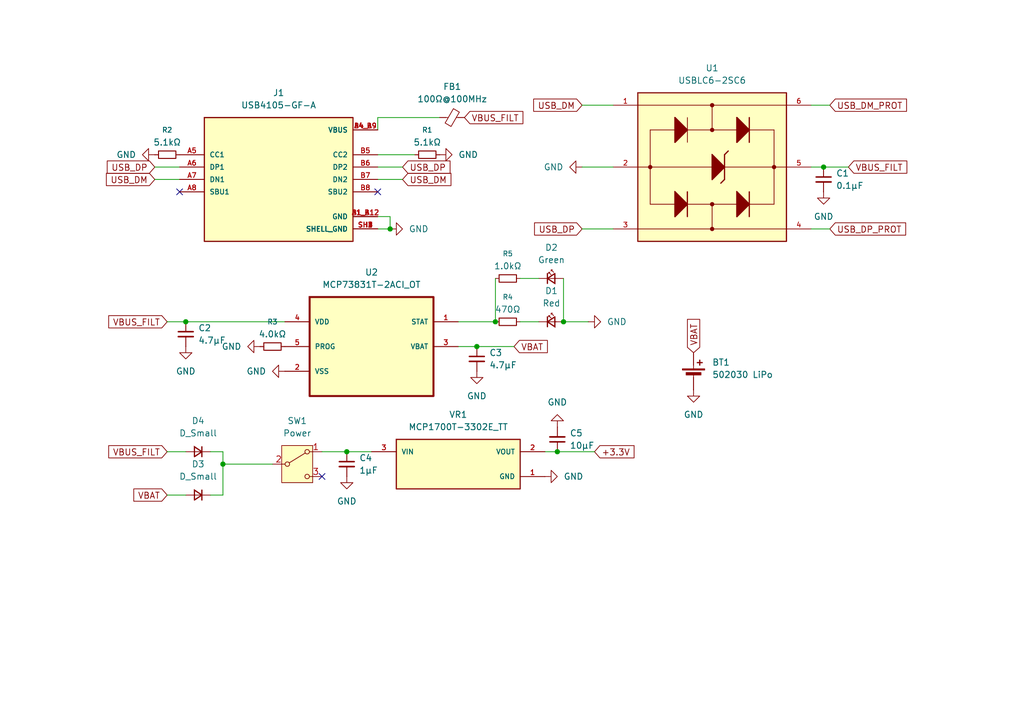
<source format=kicad_sch>
(kicad_sch (version 20250114) (generator "eeschema") (generator_version "9.0")
  (paper "A5")
  (lib_symbols
    (symbol "Device:Battery_Cell" (pin_numbers (hide yes)) (pin_names (offset 0) (hide yes))
      (property "Reference" "BT" (at 2.54 2.54 0))
      (property "Value" "Battery_Cell" (at 2.54 0 0))
      (symbol "Battery_Cell_0_1"
        (rectangle (start -2.286 1.778) (end 2.286 1.524) (fill (type outline)))
        (rectangle (start -1.524 1.016) (end 1.524 0.508) (fill (type outline)))
        (polyline (pts (xy 0 1.778) (xy 0 2.54)))
        (polyline (pts (xy 0 0.762) (xy 0 0)))
        (polyline (pts (xy 0.762 3.048) (xy 1.778 3.048)) (stroke (width 0.254)))
        (polyline (pts (xy 1.27 3.556) (xy 1.27 2.54)) (stroke (width 0.254)))
      )
      (symbol "Battery_Cell_1_1"
        (pin passive line (at 0 5.08 270) (length 2.54) (name "+") (number "1"))
        (pin passive line (at 0 -2.54 90) (length 2.54) (name "-") (number "2"))
      )
    )
    (symbol "Device:C_Small" (pin_numbers (hide yes)) (pin_names (offset 0.254) (hide yes))
      (property "Reference" "C" (at 0.254 1.778 0))
      (property "Value" "C_Small" (at 0.254 -2.032 0))
      (symbol "C_Small_0_1"
        (polyline (pts (xy -1.524 0.508) (xy 1.524 0.508)) (stroke (width 0.3048)))
        (polyline (pts (xy -1.524 -0.508) (xy 1.524 -0.508)) (stroke (width 0.3302)))
      )
      (symbol "C_Small_1_1"
        (pin passive line (at 0 2.54 270) (length 2.032) (name "~") (number "1"))
        (pin passive line (at 0 -2.54 90) (length 2.032) (name "~") (number "2"))
      )
    )
    (symbol "Device:D_Small" (pin_numbers (hide yes)) (pin_names (offset 0.254) (hide yes))
      (property "Reference" "D" (at -1.27 2.032 0))
      (property "Value" "D_Small" (at -3.81 -2.032 0))
      (symbol "D_Small_0_1"
        (polyline (pts (xy -0.762 0) (xy 0.762 0)))
        (polyline (pts (xy -0.762 -1.016) (xy -0.762 1.016)) (stroke (width 0.254)))
        (polyline (pts (xy 0.762 -1.016) (xy -0.762 0) (xy 0.762 1.016) (xy 0.762 -1.016)) (stroke (width 0.254)))
      )
      (symbol "D_Small_1_1"
        (pin passive line (at -2.54 0 0) (length 1.778) (name "K") (number "1"))
        (pin passive line (at 2.54 0 180) (length 1.778) (name "A") (number "2"))
      )
    )
    (symbol "Device:FerriteBead_Small" (pin_numbers (hide yes)) (pin_names (offset 0))
      (property "Reference" "FB" (at 1.905 1.27 0))
      (property "Value" "FerriteBead_Small" (at 1.905 -1.27 0))
      (symbol "FerriteBead_Small_0_1"
        (polyline (pts (xy -1.8288 0.2794) (xy -1.1176 1.4986) (xy 1.8288 -0.2032) (xy 1.1176 -1.4224) (xy -1.8288 0.2794)))
        (polyline (pts (xy 0 0.889) (xy 0 1.2954)))
        (polyline (pts (xy 0 -1.27) (xy 0 -0.7874)))
      )
      (symbol "FerriteBead_Small_1_1"
        (pin passive line (at 0 2.54 270) (length 1.27) (name "~") (number "1"))
        (pin passive line (at 0 -2.54 90) (length 1.27) (name "~") (number "2"))
      )
    )
    (symbol "Device:LED_Small" (pin_numbers (hide yes)) (pin_names (offset 0.254) (hide yes))
      (property "Reference" "D" (at -1.27 3.175 0))
      (property "Value" "LED_Small" (at -4.445 -2.54 0))
      (symbol "LED_Small_0_1"
        (polyline (pts (xy -0.762 -1.016) (xy -0.762 1.016)) (stroke (width 0.254)))
        (polyline (pts (xy 0 0.762) (xy -0.508 1.27) (xy -0.254 1.27) (xy -0.508 1.27) (xy -0.508 1.016)))
        (polyline (pts (xy 0.508 1.27) (xy 0 1.778) (xy 0.254 1.778) (xy 0 1.778) (xy 0 1.524)))
        (polyline (pts (xy 0.762 -1.016) (xy -0.762 0) (xy 0.762 1.016) (xy 0.762 -1.016)) (stroke (width 0.254)))
        (polyline (pts (xy 1.016 0) (xy -0.762 0)))
      )
      (symbol "LED_Small_1_1"
        (pin passive line (at -2.54 0 0) (length 1.778) (name "K") (number "1"))
        (pin passive line (at 2.54 0 180) (length 1.778) (name "A") (number "2"))
      )
    )
    (symbol "Device:R_Small" (pin_numbers (hide yes)) (pin_names (offset 0.254) (hide yes))
      (property "Reference" "R" (at 0 0 90))
      (property "Value" "R_Small" (at 1.778 0 90))
      (symbol "R_Small_0_1"
        (rectangle (start -0.762 1.778) (end 0.762 -1.778) (stroke (width 0.2032)))
      )
      (symbol "R_Small_1_1"
        (pin passive line (at 0 2.54 270) (length 0.762) (name "~") (number "1"))
        (pin passive line (at 0 -2.54 90) (length 0.762) (name "~") (number "2"))
      )
    )
    (symbol "Library:MCP1700T-3302E_TT" (pin_names (offset 1.016))
      (property "Reference" "VR" (at -12.7 6.08 0))
      (property "Value" "MCP1700T-3302E_TT" (at -12.7 -7.62 0))
      (symbol "MCP1700T-3302E_TT_0_0"
        (rectangle (start -12.7 -5.08) (end 12.7 5.08) (stroke (width 0.254)) (fill (type background)))
        (pin input line (at -17.78 2.54 0) (length 5.08) (name "VIN") (number "3"))
        (pin output line (at 17.78 2.54 180) (length 5.08) (name "VOUT") (number "2"))
        (pin power_in line (at 17.78 -2.54 180) (length 5.08) (name "GND") (number "1"))
      )
    )
    (symbol "Library:MCP73831T-2ACI_OT" (pin_names (offset 1.016))
      (property "Reference" "U" (at -4.1227 10.0778 0))
      (property "Value" "MCP73831T-2ACI_OT" (at -5.9526 -17.1963 0))
      (symbol "MCP73831T-2ACI_OT_0_0"
        (rectangle (start -12.7 -12.7) (end 12.7 7.62) (stroke (width 0.4064)) (fill (type background)))
        (pin power_in line (at -17.78 2.54 0) (length 5.08) (name "VDD") (number "4"))
        (pin input line (at -17.78 -2.54 0) (length 5.08) (name "PROG") (number "5"))
        (pin power_in line (at -17.78 -7.62 0) (length 5.08) (name "VSS") (number "2"))
        (pin output line (at 17.78 2.54 180) (length 5.08) (name "STAT") (number "1"))
        (pin output line (at 17.78 -2.54 180) (length 5.08) (name "VBAT") (number "3"))
      )
    )
    (symbol "Library:USB4105-GF-A" (pin_names (offset 1.016))
      (property "Reference" "J" (at -15.24 13.97 0))
      (property "Value" "USB4105-GF-A" (at -15.24 -15.24 0))
      (symbol "USB4105-GF-A_0_0"
        (rectangle (start -15.24 -12.7) (end 15.24 12.7) (stroke (width 0.254)) (fill (type background)))
        (pin bidirectional line (at -20.32 5.08 0) (length 5.08) (name "CC1") (number "A5"))
        (pin bidirectional line (at -20.32 2.54 0) (length 5.08) (name "DP1") (number "A6"))
        (pin bidirectional line (at -20.32 0 0) (length 5.08) (name "DN1") (number "A7"))
        (pin bidirectional line (at -20.32 -2.54 0) (length 5.08) (name "SBU1") (number "A8"))
        (pin power_in line (at 20.32 10.16 180) (length 5.08) (name "VBUS") (number "A4_B9"))
        (pin power_in line (at 20.32 10.16 180) (length 5.08) (name "VBUS") (number "B4_A9"))
        (pin bidirectional line (at 20.32 5.08 180) (length 5.08) (name "CC2") (number "B5"))
        (pin bidirectional line (at 20.32 2.54 180) (length 5.08) (name "DP2") (number "B6"))
        (pin bidirectional line (at 20.32 0 180) (length 5.08) (name "DN2") (number "B7"))
        (pin bidirectional line (at 20.32 -2.54 180) (length 5.08) (name "SBU2") (number "B8"))
        (pin power_in line (at 20.32 -7.62 180) (length 5.08) (name "GND") (number "A1_B12"))
        (pin power_in line (at 20.32 -7.62 180) (length 5.08) (name "GND") (number "B1_A12"))
        (pin power_in line (at 20.32 -10.16 180) (length 5.08) (name "SHELL_GND") (number "SH1"))
        (pin power_in line (at 20.32 -10.16 180) (length 5.08) (name "SHELL_GND") (number "SH2"))
        (pin power_in line (at 20.32 -10.16 180) (length 5.08) (name "SHELL_GND") (number "SH3"))
        (pin power_in line (at 20.32 -10.16 180) (length 5.08) (name "SHELL_GND") (number "SH4"))
      )
    )
    (symbol "Library:USBLC6-2SC6" (pin_names (offset 1.016))
      (property "Reference" "U" (at -15.2693 17.8093 0))
      (property "Value" "USBLC6-2SC6" (at -15.2559 -17.7959 0))
      (symbol "USBLC6-2SC6_0_0"
        (polyline (pts (xy -15.24 12.7) (xy 0 12.7)) (stroke (width 0.1524)))
        (polyline (pts (xy -15.24 -12.7) (xy 0 -12.7)) (stroke (width 0.1524)))
        (rectangle (start -15.24 -15.24) (end 15.24 15.24) (stroke (width 0.254)) (fill (type background)))
        (polyline (pts (xy -12.7 7.62) (xy -12.7 0)) (stroke (width 0.1524)))
        (polyline (pts (xy -12.7 7.62) (xy -7.62 7.62)) (stroke (width 0.1524)))
        (circle (center -12.7 0) (radius 0.254) (stroke (width 0.381)))
        (polyline (pts (xy -12.7 0) (xy -15.24 0)) (stroke (width 0.1524)))
        (polyline (pts (xy -12.7 0) (xy -12.7 -7.62)) (stroke (width 0.1524)))
        (polyline (pts (xy -12.7 0) (xy 0 0)) (stroke (width 0.1524)))
        (polyline (pts (xy -12.7 -7.62) (xy -7.62 -7.62)) (stroke (width 0.1524)))
        (polyline (pts (xy -7.62 10.16) (xy -5.08 7.62)) (stroke (width 0.254)))
        (polyline (pts (xy -7.62 10.16) (xy -7.62 5.08) (xy -5.08 7.62) (xy -7.62 10.16)) (stroke (width 0.254)) (fill (type outline)))
        (polyline (pts (xy -7.62 7.62) (xy -7.62 10.16)) (stroke (width 0.254)))
        (polyline (pts (xy -7.62 5.08) (xy -7.62 7.62)) (stroke (width 0.254)))
        (polyline (pts (xy -7.62 -5.08) (xy -5.08 -7.62)) (stroke (width 0.254)))
        (polyline (pts (xy -7.62 -5.08) (xy -7.62 -10.16) (xy -5.08 -7.62) (xy -7.62 -5.08)) (stroke (width 0.254)) (fill (type outline)))
        (polyline (pts (xy -7.62 -7.62) (xy -7.62 -5.08)) (stroke (width 0.254)))
        (polyline (pts (xy -7.62 -10.16) (xy -7.62 -7.62)) (stroke (width 0.254)))
        (polyline (pts (xy -5.08 10.16) (xy -5.08 7.62)) (stroke (width 0.1524)))
        (polyline (pts (xy -5.08 7.62) (xy -7.62 5.08)) (stroke (width 0.254)))
        (polyline (pts (xy -5.08 7.62) (xy -5.08 5.08)) (stroke (width 0.1524)))
        (polyline (pts (xy -5.08 7.62) (xy 0 7.62)) (stroke (width 0.1524)))
        (polyline (pts (xy -5.08 -5.08) (xy -5.08 -7.62)) (stroke (width 0.254)))
        (polyline (pts (xy -5.08 -7.62) (xy -7.62 -10.16)) (stroke (width 0.254)))
        (polyline (pts (xy -5.08 -7.62) (xy -5.08 -10.16)) (stroke (width 0.254)))
        (polyline (pts (xy -5.08 -7.62) (xy 0 -7.62)) (stroke (width 0.1524)))
        (circle (center 0 12.7) (radius 0.254) (stroke (width 0.381)))
        (polyline (pts (xy 0 12.7) (xy 15.24 12.7)) (stroke (width 0.1524)))
        (circle (center 0 7.62) (radius 0.254) (stroke (width 0.381)))
        (polyline (pts (xy 0 7.62) (xy 0 12.7)) (stroke (width 0.1524)))
        (polyline (pts (xy 0 7.62) (xy 5.08 7.62)) (stroke (width 0.1524)))
        (polyline (pts (xy 0 2.54) (xy 2.54 0)) (stroke (width 0.254)))
        (polyline (pts (xy 0 2.54) (xy 0 -2.54) (xy 2.54 0) (xy 0 2.54)) (stroke (width 0.254)) (fill (type outline)))
        (polyline (pts (xy 0 0) (xy 0 2.54)) (stroke (width 0.254)))
        (polyline (pts (xy 0 -2.54) (xy 0 0)) (stroke (width 0.254)))
        (polyline (pts (xy 0 -7.62) (xy 0 -12.7)) (stroke (width 0.1524)))
        (polyline (pts (xy 0 -7.62) (xy 5.08 -7.62)) (stroke (width 0.1524)))
        (circle (center 0 -7.62) (radius 0.254) (stroke (width 0.381)))
        (circle (center 0 -12.7) (radius 0.254) (stroke (width 0.381)))
        (polyline (pts (xy 2.54 2.54) (xy 2.54 -2.54)) (stroke (width 0.254)))
        (polyline (pts (xy 2.54 2.54) (xy 3.302 3.302)) (stroke (width 0.254)))
        (polyline (pts (xy 2.54 0) (xy 0 -2.54)) (stroke (width 0.254)))
        (polyline (pts (xy 2.54 0) (xy 12.7 0)) (stroke (width 0.1524)))
        (polyline (pts (xy 2.54 -2.54) (xy 1.778 -3.302)) (stroke (width 0.254)))
        (polyline (pts (xy 5.08 10.16) (xy 7.62 7.62)) (stroke (width 0.254)))
        (polyline (pts (xy 5.08 10.16) (xy 5.08 5.08) (xy 7.62 7.62) (xy 5.08 10.16)) (stroke (width 0.254)) (fill (type outline)))
        (polyline (pts (xy 5.08 7.62) (xy 5.08 10.16)) (stroke (width 0.254)))
        (polyline (pts (xy 5.08 5.08) (xy 5.08 7.62)) (stroke (width 0.254)))
        (polyline (pts (xy 5.08 -5.08) (xy 7.62 -7.62)) (stroke (width 0.254)))
        (polyline (pts (xy 5.08 -5.08) (xy 5.08 -10.16) (xy 7.62 -7.62) (xy 5.08 -5.08)) (stroke (width 0.254)) (fill (type outline)))
        (polyline (pts (xy 5.08 -7.62) (xy 5.08 -5.08)) (stroke (width 0.254)))
        (polyline (pts (xy 5.08 -10.16) (xy 5.08 -7.62)) (stroke (width 0.254)))
        (polyline (pts (xy 7.62 10.16) (xy 7.62 7.62)) (stroke (width 0.254)))
        (polyline (pts (xy 7.62 7.62) (xy 5.08 5.08)) (stroke (width 0.254)))
        (polyline (pts (xy 7.62 7.62) (xy 7.62 5.08)) (stroke (width 0.254)))
        (polyline (pts (xy 7.62 7.62) (xy 12.7 7.62)) (stroke (width 0.1524)))
        (polyline (pts (xy 7.62 -5.08) (xy 7.62 -7.62)) (stroke (width 0.254)))
        (polyline (pts (xy 7.62 -7.62) (xy 5.08 -10.16)) (stroke (width 0.254)))
        (polyline (pts (xy 7.62 -7.62) (xy 7.62 -10.16)) (stroke (width 0.254)))
        (polyline (pts (xy 7.62 -7.62) (xy 12.7 -7.62)) (stroke (width 0.1524)))
        (polyline (pts (xy 12.7 7.62) (xy 12.7 0)) (stroke (width 0.1524)))
        (polyline (pts (xy 12.7 0) (xy 12.7 -7.62)) (stroke (width 0.1524)))
        (polyline (pts (xy 12.7 0) (xy 15.24 0)) (stroke (width 0.1524)))
        (circle (center 12.7 0) (radius 0.254) (stroke (width 0.381)))
        (polyline (pts (xy 15.24 -12.7) (xy 0 -12.7)) (stroke (width 0.1524)))
        (pin bidirectional line (at -20.32 12.7 0) (length 5.08) (name "~") (number "1"))
        (pin power_in line (at -20.32 0 0) (length 5.08) (name "~") (number "2"))
        (pin bidirectional line (at -20.32 -12.7 0) (length 5.08) (name "~") (number "3"))
        (pin bidirectional line (at 20.32 12.7 180) (length 5.08) (name "~") (number "6"))
        (pin power_in line (at 20.32 0 180) (length 5.08) (name "~") (number "5"))
        (pin bidirectional line (at 20.32 -12.7 180) (length 5.08) (name "~") (number "4"))
      )
    )
    (symbol "Switch:SW_SPDT" (pin_names (offset 0) (hide yes))
      (property "Reference" "SW" (at 0 5.08 0))
      (property "Value" "SW_SPDT" (at 0 -5.08 0))
      (symbol "SW_SPDT_0_1"
        (circle (center -2.032 0) (radius 0.4572))
        (polyline (pts (xy -1.651 0.254) (xy 1.651 2.286)))
        (circle (center 2.032 2.54) (radius 0.4572))
        (circle (center 2.032 -2.54) (radius 0.4572))
      )
      (symbol "SW_SPDT_1_1"
        (rectangle (start -3.175 3.81) (end 3.175 -3.81) (fill (type background)))
        (pin passive line (at -5.08 0 0) (length 2.54) (name "B") (number "2"))
        (pin passive line (at 5.08 2.54 180) (length 2.54) (name "A") (number "1"))
        (pin passive line (at 5.08 -2.54 180) (length 2.54) (name "C") (number "3"))
      )
    )
    (symbol "power:GND" (power) (pin_numbers (hide yes)) (pin_names (offset 0) (hide yes))
      (property "Value" "GND" (at 0 -3.81 0))
      (symbol "GND_0_1"
        (polyline (pts (xy 0 0) (xy 0 -1.27) (xy 1.27 -1.27) (xy 0 -2.54) (xy -1.27 -1.27) (xy 0 -1.27)))
      )
      (symbol "GND_1_1"
        (pin power_in line (at 0 0 270) (length 0) (name "~") (number "1"))
      )
    )
  )
  (junction (at 80.01 46.99))
  (junction (at 115.57 66.04))
  (junction (at 45.72 95.25))
  (junction (at 38.1 66.04))
  (junction (at 101.6 66.04))
  (junction (at 114.3 92.71))
  (junction (at 97.79 71.12))
  (junction (at 168.91 34.29))
  (junction (at 71.12 92.71))
  (no_connect (at 36.83 39.37))
  (no_connect (at 66.04 97.79))
  (no_connect (at 77.47 39.37))
  (wire (pts (xy 45.72 92.71) (xy 45.72 95.25)))
  (wire (pts (xy 115.57 57.15) (xy 115.57 66.04)))
  (wire (pts (xy 38.1 66.04) (xy 58.42 66.04)))
  (wire (pts (xy 77.47 44.45) (xy 80.01 44.45)))
  (wire (pts (xy 31.75 34.29) (xy 36.83 34.29)))
  (wire (pts (xy 43.18 92.71) (xy 45.72 92.71)))
  (wire (pts (xy 77.47 34.29) (xy 82.55 34.29)))
  (wire (pts (xy 114.3 92.71) (xy 111.76 92.71)))
  (wire (pts (xy 71.12 92.71) (xy 66.04 92.71)))
  (wire (pts (xy 106.68 66.04) (xy 110.49 66.04)))
  (wire (pts (xy 45.72 101.6) (xy 43.18 101.6)))
  (wire (pts (xy 34.29 101.6) (xy 38.1 101.6)))
  (wire (pts (xy 38.1 66.04) (xy 34.29 66.04)))
  (wire (pts (xy 119.38 46.99) (xy 125.73 46.99)))
  (wire (pts (xy 80.01 46.99) (xy 80.01 44.45)))
  (wire (pts (xy 166.37 46.99) (xy 170.18 46.99)))
  (wire (pts (xy 119.38 21.59) (xy 125.73 21.59)))
  (wire (pts (xy 168.91 34.29) (xy 173.99 34.29)))
  (wire (pts (xy 77.47 36.83) (xy 82.55 36.83)))
  (wire (pts (xy 166.37 21.59) (xy 170.18 21.59)))
  (wire (pts (xy 93.98 66.04) (xy 101.6 66.04)))
  (wire (pts (xy 77.47 24.13) (xy 77.47 26.67)))
  (wire (pts (xy 166.37 34.29) (xy 168.91 34.29)))
  (wire (pts (xy 45.72 101.6) (xy 45.72 95.25)))
  (wire (pts (xy 101.6 57.15) (xy 101.6 66.04)))
  (wire (pts (xy 106.68 57.15) (xy 110.49 57.15)))
  (wire (pts (xy 105.41 71.12) (xy 97.79 71.12)))
  (wire (pts (xy 121.92 92.71) (xy 114.3 92.71)))
  (wire (pts (xy 31.75 36.83) (xy 36.83 36.83)))
  (wire (pts (xy 119.38 34.29) (xy 125.73 34.29)))
  (wire (pts (xy 76.2 92.71) (xy 71.12 92.71)))
  (wire (pts (xy 85.09 31.75) (xy 77.47 31.75)))
  (wire (pts (xy 77.47 46.99) (xy 80.01 46.99)))
  (wire (pts (xy 93.98 71.12) (xy 97.79 71.12)))
  (wire (pts (xy 34.29 92.71) (xy 38.1 92.71)))
  (wire (pts (xy 90.17 24.13) (xy 77.47 24.13)))
  (wire (pts (xy 45.72 95.25) (xy 55.88 95.25)))
  (wire (pts (xy 115.57 66.04) (xy 120.65 66.04)))
  (global_label "USB_DM" (shape input) (at 31.75 36.83 180) (property "Intersheetrefs" "${INTERSHEET_REFS}" (effects (hide yes))))
  (global_label "USB_DP" (shape input) (at 82.55 34.29 0) (property "Intersheetrefs" "${INTERSHEET_REFS}" (effects (hide yes))))
  (global_label "+3.3V" (shape input) (at 121.92 92.71 0) (property "Intersheetrefs" "${INTERSHEET_REFS}" (effects (hide yes))))
  (global_label "USB_DP_PROT" (shape input) (at 170.18 46.99 0) (property "Intersheetrefs" "${INTERSHEET_REFS}" (effects (hide yes))))
  (global_label "USB_DP" (shape input) (at 31.75 34.29 180) (property "Intersheetrefs" "${INTERSHEET_REFS}" (effects (hide yes))))
  (global_label "VBUS_FILT" (shape input) (at 34.29 66.04 180) (property "Intersheetrefs" "${INTERSHEET_REFS}" (effects (hide yes))))
  (global_label "USB_DP" (shape input) (at 119.38 46.99 180) (property "Intersheetrefs" "${INTERSHEET_REFS}" (effects (hide yes))))
  (global_label "USB_DM_PROT" (shape input) (at 170.18 21.59 0) (property "Intersheetrefs" "${INTERSHEET_REFS}" (effects (hide yes))))
  (global_label "USB_DM" (shape input) (at 82.55 36.83 0) (property "Intersheetrefs" "${INTERSHEET_REFS}" (effects (hide yes))))
  (global_label "VBAT" (shape input) (at 105.41 71.12 0) (property "Intersheetrefs" "${INTERSHEET_REFS}" (effects (hide yes))))
  (global_label "USB_DM" (shape input) (at 119.38 21.59 180) (property "Intersheetrefs" "${INTERSHEET_REFS}" (effects (hide yes))))
  (global_label "VBAT" (shape input) (at 34.29 101.6 180) (property "Intersheetrefs" "${INTERSHEET_REFS}" (effects (hide yes))))
  (global_label "VBAT" (shape input) (at 142.24 72.39 90) (property "Intersheetrefs" "${INTERSHEET_REFS}" (effects (hide yes))))
  (global_label "VBUS_FILT" (shape input) (at 95.25 24.13 0) (property "Intersheetrefs" "${INTERSHEET_REFS}" (effects (hide yes))))
  (global_label "VBUS_FILT" (shape input) (at 34.29 92.71 180) (property "Intersheetrefs" "${INTERSHEET_REFS}" (effects (hide yes))))
  (global_label "VBUS_FILT" (shape input) (at 173.99 34.29 0) (property "Intersheetrefs" "${INTERSHEET_REFS}" (effects (hide yes))))
  (symbol (lib_id "Library:MCP1700T-3302E_TT") (at 93.98 95.25 0) (unit 1)
    (property "Reference" "VR1" (at 93.98 85.09 0))
    (property "Value" "MCP1700T-3302E_TT" (at 93.98 87.63 0))
    (property "Footprint" "Library:SOT95P237X112-3N" (effects (hide yes)))
  )
  (symbol (lib_id "Device:FerriteBead_Small") (at 92.71 24.13 270) (unit 1)
    (property "Reference" "FB1" (at 92.7481 17.78 90))
    (property "Value" "100Ω@100MHz" (at 92.7481 20.32 90))
    (property "Description" "Ferrite bead, small symbol" (effects (hide yes)))
  )
  (symbol (lib_id "power:GND") (at 71.12 97.79 0) (unit 1)
    (property "Reference" "#PWR013" (effects (hide yes)))
    (property "Value" "GND" (at 71.12 102.87 0))
    (property "Description" "Power symbol creates a global label with name \"GND\" , ground" (effects (hide yes)))
  )
  (symbol (lib_id "power:GND") (at 114.3 87.63 180) (unit 1)
    (property "Reference" "#PWR014" (effects (hide yes)))
    (property "Value" "GND" (at 114.3 82.55 0))
    (property "Description" "Power symbol creates a global label with name \"GND\" , ground" (effects (hide yes)))
  )
  (symbol (lib_id "Device:C_Small") (at 97.79 73.66 0) (unit 1)
    (property "Reference" "C3" (at 100.33 72.3962 0) (effects (justify left)))
    (property "Value" "4.7μF" (at 100.33 74.9362 0) (effects (justify left)))
    (property "Footprint" "Capacitor_SMD:C_0603_1608Metric_Pad1.08x0.95mm_HandSolder" (effects (hide yes)))
    (property "Description" "Unpolarized capacitor, small symbol" (effects (hide yes)))
  )
  (symbol (lib_id "power:GND") (at 168.91 39.37 0) (unit 1)
    (property "Reference" "#PWR05" (effects (hide yes)))
    (property "Value" "GND" (at 168.91 44.45 0))
    (property "Description" "Power symbol creates a global label with name \"GND\" , ground" (effects (hide yes)))
  )
  (symbol (lib_id "power:GND") (at 119.38 34.29 270) (unit 1)
    (property "Reference" "#PWR04" (effects (hide yes)))
    (property "Value" "GND" (at 115.57 34.2899 90) (effects (justify right)))
    (property "Description" "Power symbol creates a global label with name \"GND\" , ground" (effects (hide yes)))
  )
  (symbol (lib_id "Device:C_Small") (at 168.91 36.83 0) (unit 1)
    (property "Reference" "C1" (at 171.45 35.5662 0) (effects (justify left)))
    (property "Value" "0.1μF" (at 171.45 38.1062 0) (effects (justify left)))
    (property "Footprint" "Capacitor_SMD:C_0603_1608Metric_Pad1.08x0.95mm_HandSolder" (effects (hide yes)))
    (property "Description" "Unpolarized capacitor, small symbol" (effects (hide yes)))
  )
  (symbol (lib_id "Device:D_Small") (at 40.64 92.71 180) (unit 1)
    (property "Reference" "D4" (at 40.64 86.36 0))
    (property "Value" "D_Small" (at 40.64 88.9 0))
    (property "Footprint" "Diode_SMD:D_0603_1608Metric_Pad1.05x0.95mm_HandSolder" (effects (hide yes)))
    (property "Description" "Diode, small symbol" (effects (hide yes)))
    (property "Sim.Device" "D" (effects (hide yes)))
    (property "Sim.Pins" "1=K 2=A" (effects (hide yes)))
  )
  (symbol (lib_id "power:GND") (at 31.75 31.75 270) (unit 1)
    (property "Reference" "#PWR03" (effects (hide yes)))
    (property "Value" "GND" (at 27.94 31.7499 90) (effects (justify right)))
    (property "Description" "Power symbol creates a global label with name \"GND\" , ground" (effects (hide yes)))
  )
  (symbol (lib_id "Library:MCP73831T-2ACI_OT") (at 76.2 68.58 0) (unit 1)
    (property "Reference" "U2" (at 76.2 55.88 0))
    (property "Value" "MCP73831T-2ACI_OT" (at 76.2 58.42 0))
    (property "Footprint" "Library:SOT95P280X145-5N" (effects (hide yes)))
  )
  (symbol (lib_id "Device:D_Small") (at 40.64 101.6 180) (unit 1)
    (property "Reference" "D3" (at 40.64 95.25 0))
    (property "Value" "D_Small" (at 40.64 97.79 0))
    (property "Footprint" "Diode_SMD:D_0603_1608Metric_Pad1.05x0.95mm_HandSolder" (effects (hide yes)))
    (property "Description" "Diode, small symbol" (effects (hide yes)))
    (property "Sim.Device" "D" (effects (hide yes)))
    (property "Sim.Pins" "1=K 2=A" (effects (hide yes)))
  )
  (symbol (lib_id "Device:Battery_Cell") (at 142.24 77.47 0) (unit 1)
    (property "Reference" "BT1" (at 146.05 74.3584 0) (effects (justify left)))
    (property "Value" "502030 LiPo" (at 146.05 76.8984 0) (effects (justify left)))
    (property "Description" "Single-cell battery" (effects (hide yes)))
  )
  (symbol (lib_id "Switch:SW_SPDT") (at 60.96 95.25 0) (unit 1)
    (property "Reference" "SW1" (at 60.96 86.36 0))
    (property "Value" "Power" (at 60.96 88.9 0))
    (property "Description" "Switch, single pole double throw" (effects (hide yes)))
  )
  (symbol (lib_id "Device:R_Small") (at 87.63 31.75 270) (unit 1)
    (property "Reference" "R1" (at 87.63 26.67 90) (effects (font (size 1.016 1.016))))
    (property "Value" "5.1kΩ" (at 87.63 29.21 90))
    (property "Footprint" "Resistor_SMD:R_0603_1608Metric_Pad0.98x0.95mm_HandSolder" (effects (hide yes)))
    (property "Description" "Resistor, small symbol" (effects (hide yes)))
  )
  (symbol (lib_id "Device:R_Small") (at 55.88 71.12 90) (unit 1)
    (property "Reference" "R3" (at 55.88 66.04 90) (effects (font (size 1.016 1.016))))
    (property "Value" "4.0kΩ" (at 55.88 68.58 90))
    (property "Footprint" "Resistor_SMD:R_0603_1608Metric_Pad0.98x0.95mm_HandSolder" (effects (hide yes)))
    (property "Description" "Resistor, small symbol" (effects (hide yes)))
  )
  (symbol (lib_id "power:GND") (at 58.42 76.2 270) (unit 1)
    (property "Reference" "#PWR08" (effects (hide yes)))
    (property "Value" "GND" (at 54.61 76.1999 90) (effects (justify right)))
    (property "Description" "Power symbol creates a global label with name \"GND\" , ground" (effects (hide yes)))
  )
  (symbol (lib_id "Device:R_Small") (at 34.29 31.75 270) (unit 1)
    (property "Reference" "R2" (at 34.29 26.67 90) (effects (font (size 1.016 1.016))))
    (property "Value" "5.1kΩ" (at 34.29 29.21 90))
    (property "Footprint" "Resistor_SMD:R_0603_1608Metric_Pad0.98x0.95mm_HandSolder" (effects (hide yes)))
    (property "Description" "Resistor, small symbol" (effects (hide yes)))
  )
  (symbol (lib_id "power:GND") (at 142.24 80.01 0) (unit 1)
    (property "Reference" "#PWR011" (effects (hide yes)))
    (property "Value" "GND" (at 142.24 85.09 0))
    (property "Description" "Power symbol creates a global label with name \"GND\" , ground" (effects (hide yes)))
  )
  (symbol (lib_id "power:GND") (at 111.76 97.79 90) (unit 1)
    (property "Reference" "#PWR012" (effects (hide yes)))
    (property "Value" "GND" (at 115.57 97.7899 90) (effects (justify right)))
    (property "Description" "Power symbol creates a global label with name \"GND\" , ground" (effects (hide yes)))
  )
  (symbol (lib_id "power:GND") (at 90.17 31.75 90) (unit 1)
    (property "Reference" "#PWR02" (effects (hide yes)))
    (property "Value" "GND" (at 93.98 31.7499 90) (effects (justify right)))
    (property "Description" "Power symbol creates a global label with name \"GND\" , ground" (effects (hide yes)))
  )
  (symbol (lib_id "power:GND") (at 97.79 76.2 0) (unit 1)
    (property "Reference" "#PWR09" (effects (hide yes)))
    (property "Value" "GND" (at 97.79 81.28 0))
    (property "Description" "Power symbol creates a global label with name \"GND\" , ground" (effects (hide yes)))
  )
  (symbol (lib_id "Device:C_Small") (at 38.1 68.58 0) (unit 1)
    (property "Reference" "C2" (at 40.64 67.3162 0) (effects (justify left)))
    (property "Value" "4.7μF" (at 40.64 69.8562 0) (effects (justify left)))
    (property "Footprint" "Capacitor_SMD:C_0603_1608Metric_Pad1.08x0.95mm_HandSolder" (effects (hide yes)))
    (property "Description" "Unpolarized capacitor, small symbol" (effects (hide yes)))
  )
  (symbol (lib_id "Device:R_Small") (at 104.14 57.15 90) (unit 1)
    (property "Reference" "R5" (at 104.14 52.07 90) (effects (font (size 1.016 1.016))))
    (property "Value" "1.0kΩ" (at 104.14 54.61 90))
    (property "Footprint" "Resistor_SMD:R_0603_1608Metric_Pad0.98x0.95mm_HandSolder" (effects (hide yes)))
    (property "Description" "Resistor, small symbol" (effects (hide yes)))
  )
  (symbol (lib_id "Device:LED_Small") (at 113.03 66.04 0) (unit 1)
    (property "Reference" "D1" (at 113.0935 59.69 0))
    (property "Value" "Red" (at 113.0935 62.23 0))
    (property "Footprint" "LED_SMD:LED_0603_1608Metric_Pad1.05x0.95mm_HandSolder" (effects (hide yes)))
    (property "Description" "Light emitting diode, small symbol" (effects (hide yes)))
    (property "Sim.Pin" "1=K 2=A" (effects (hide yes)))
  )
  (symbol (lib_id "Device:C_Small") (at 114.3 90.17 180) (unit 1)
    (property "Reference" "C5" (at 116.84 88.8935 0) (effects (justify right)))
    (property "Value" "10μF" (at 116.84 91.4335 0) (effects (justify right)))
    (property "Footprint" "Capacitor_SMD:C_0603_1608Metric_Pad1.08x0.95mm_HandSolder" (effects (hide yes)))
    (property "Description" "Unpolarized capacitor, small symbol" (effects (hide yes)))
  )
  (symbol (lib_id "Library:USBLC6-2SC6") (at 146.05 34.29 0) (unit 1)
    (property "Reference" "U1" (at 146.05 13.97 0))
    (property "Value" "USBLC6-2SC6" (at 146.05 16.51 0))
    (property "Footprint" "Library:SOT95P280X145-6N" (effects (hide yes)))
  )
  (symbol (lib_id "Device:LED_Small") (at 113.03 57.15 0) (unit 1)
    (property "Reference" "D2" (at 113.0935 50.8 0))
    (property "Value" "Green" (at 113.0935 53.34 0))
    (property "Footprint" "LED_SMD:LED_0603_1608Metric_Pad1.05x0.95mm_HandSolder" (effects (hide yes)))
    (property "Description" "Light emitting diode, small symbol" (effects (hide yes)))
    (property "Sim.Pin" "1=K 2=A" (effects (hide yes)))
  )
  (symbol (lib_id "Device:R_Small") (at 104.14 66.04 90) (unit 1)
    (property "Reference" "R4" (at 104.14 60.96 90) (effects (font (size 1.016 1.016))))
    (property "Value" "470Ω" (at 104.14 63.5 90))
    (property "Footprint" "Resistor_SMD:R_0603_1608Metric_Pad0.98x0.95mm_HandSolder" (effects (hide yes)))
    (property "Description" "Resistor, small symbol" (effects (hide yes)))
  )
  (symbol (lib_id "Library:USB4105-GF-A") (at 57.15 36.83 0) (unit 1)
    (property "Reference" "J1" (at 57.15 19.05 0))
    (property "Value" "USB4105-GF-A" (at 57.15 21.59 0))
    (property "Footprint" "Library:GCT_USB4105-GF-A" (effects (hide yes)))
  )
  (symbol (lib_id "power:GND") (at 80.01 46.99 90) (unit 1)
    (property "Reference" "#PWR01" (effects (hide yes)))
    (property "Value" "GND" (at 83.82 46.9899 90) (effects (justify right)))
    (property "Description" "Power symbol creates a global label with name \"GND\" , ground" (effects (hide yes)))
  )
  (symbol (lib_id "power:GND") (at 53.34 71.12 270) (unit 1)
    (property "Reference" "#PWR07" (effects (hide yes)))
    (property "Value" "GND" (at 49.53 71.1199 90) (effects (justify right)))
    (property "Description" "Power symbol creates a global label with name \"GND\" , ground" (effects (hide yes)))
  )
  (symbol (lib_id "power:GND") (at 38.1 71.12 0) (unit 1)
    (property "Reference" "#PWR06" (effects (hide yes)))
    (property "Value" "GND" (at 38.1 76.2 0))
    (property "Description" "Power symbol creates a global label with name \"GND\" , ground" (effects (hide yes)))
  )
  (symbol (lib_id "power:GND") (at 120.65 66.04 90) (unit 1)
    (property "Reference" "#PWR010" (effects (hide yes)))
    (property "Value" "GND" (at 124.46 66.0399 90) (effects (justify right)))
    (property "Description" "Power symbol creates a global label with name \"GND\" , ground" (effects (hide yes)))
  )
  (symbol (lib_id "Device:C_Small") (at 71.12 95.25 0) (unit 1)
    (property "Reference" "C4" (at 73.66 93.9862 0) (effects (justify left)))
    (property "Value" "1μF" (at 73.66 96.5262 0) (effects (justify left)))
    (property "Footprint" "Capacitor_SMD:C_0603_1608Metric_Pad1.08x0.95mm_HandSolder" (effects (hide yes)))
    (property "Description" "Unpolarized capacitor, small symbol" (effects (hide yes)))
  )
)
</source>
